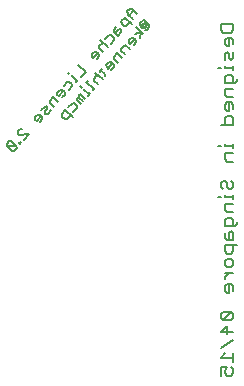
<source format=gbo>
G75*
G70*
%OFA0B0*%
%FSLAX24Y24*%
%IPPOS*%
%LPD*%
%AMOC8*
5,1,8,0,0,1.08239X$1,22.5*
%
%ADD10C,0.0080*%
%ADD11C,0.0060*%
D10*
X012750Y001007D02*
X012750Y001287D01*
X012960Y001287D01*
X012890Y001147D01*
X012890Y001077D01*
X012960Y001007D01*
X013100Y001007D01*
X013170Y001077D01*
X013170Y001217D01*
X013100Y001287D01*
X013170Y001467D02*
X013170Y001747D01*
X013170Y001607D02*
X012750Y001607D01*
X012890Y001747D01*
X012750Y001927D02*
X013170Y002208D01*
X013170Y002458D02*
X012750Y002458D01*
X012960Y002668D01*
X012960Y002388D01*
X013100Y002848D02*
X013170Y002918D01*
X013170Y003058D01*
X013100Y003128D01*
X012820Y002848D01*
X013100Y002848D01*
X012820Y002848D02*
X012750Y002918D01*
X012750Y003058D01*
X012820Y003128D01*
X013100Y003128D01*
X013030Y003769D02*
X013030Y004049D01*
X013100Y004049D02*
X012960Y004049D01*
X012890Y003979D01*
X012890Y003839D01*
X012960Y003769D01*
X013030Y003769D01*
X013170Y003839D02*
X013170Y003979D01*
X013100Y004049D01*
X012890Y004223D02*
X012890Y004293D01*
X013030Y004433D01*
X013170Y004433D02*
X012890Y004433D01*
X012960Y004613D02*
X012890Y004683D01*
X012890Y004823D01*
X012960Y004893D01*
X013100Y004893D01*
X013170Y004823D01*
X013170Y004683D01*
X013100Y004613D01*
X012960Y004613D01*
X012960Y005073D02*
X013100Y005073D01*
X013170Y005144D01*
X013170Y005354D01*
X013310Y005354D02*
X012890Y005354D01*
X012890Y005144D01*
X012960Y005073D01*
X012960Y005534D02*
X013170Y005534D01*
X013170Y005744D01*
X013100Y005814D01*
X013030Y005744D01*
X013030Y005534D01*
X012960Y005534D02*
X012890Y005604D01*
X012890Y005744D01*
X012890Y005994D02*
X012890Y006204D01*
X012960Y006275D01*
X013100Y006275D01*
X013170Y006204D01*
X013170Y005994D01*
X013240Y005994D02*
X012890Y005994D01*
X013240Y005994D02*
X013310Y006064D01*
X013310Y006134D01*
X013170Y006455D02*
X012960Y006455D01*
X012890Y006525D01*
X012890Y006735D01*
X013170Y006735D01*
X013170Y006902D02*
X013170Y007042D01*
X013170Y006972D02*
X012890Y006972D01*
X012890Y007042D01*
X012750Y006972D02*
X012680Y006972D01*
X012820Y007222D02*
X012750Y007292D01*
X012750Y007432D01*
X012820Y007502D01*
X012890Y007502D01*
X012960Y007432D01*
X012960Y007292D01*
X013030Y007222D01*
X013100Y007222D01*
X013170Y007292D01*
X013170Y007432D01*
X013100Y007502D01*
X013170Y008143D02*
X012960Y008143D01*
X012890Y008213D01*
X012890Y008423D01*
X013170Y008423D01*
X013170Y008590D02*
X013170Y008730D01*
X013170Y008660D02*
X012890Y008660D01*
X012890Y008730D01*
X012750Y008660D02*
X012680Y008660D01*
X012750Y009370D02*
X013170Y009370D01*
X013170Y009581D01*
X013100Y009651D01*
X012960Y009651D01*
X012890Y009581D01*
X012890Y009370D01*
X012960Y009831D02*
X013030Y009831D01*
X013030Y010111D01*
X013100Y010111D02*
X012960Y010111D01*
X012890Y010041D01*
X012890Y009901D01*
X012960Y009831D01*
X013170Y009901D02*
X013170Y010041D01*
X013100Y010111D01*
X013170Y010291D02*
X012960Y010291D01*
X012890Y010361D01*
X012890Y010572D01*
X013170Y010572D01*
X013170Y010752D02*
X013170Y010962D01*
X013100Y011032D01*
X012960Y011032D01*
X012890Y010962D01*
X012890Y010752D01*
X013240Y010752D01*
X013310Y010822D01*
X013310Y010892D01*
X013170Y011199D02*
X013170Y011339D01*
X013170Y011269D02*
X012890Y011269D01*
X012890Y011339D01*
X012750Y011269D02*
X012680Y011269D01*
X012890Y011519D02*
X012890Y011729D01*
X012960Y011799D01*
X013030Y011729D01*
X013030Y011589D01*
X013100Y011519D01*
X013170Y011589D01*
X013170Y011799D01*
X013030Y011979D02*
X013030Y012260D01*
X013100Y012260D02*
X012960Y012260D01*
X012890Y012190D01*
X012890Y012049D01*
X012960Y011979D01*
X013030Y011979D01*
X013170Y012049D02*
X013170Y012190D01*
X013100Y012260D01*
X013100Y012440D02*
X012820Y012440D01*
X012750Y012510D01*
X012750Y012720D01*
X013170Y012720D01*
X013170Y012510D01*
X013100Y012440D01*
D11*
X010380Y012616D02*
X010304Y012531D01*
X010224Y012527D01*
X010219Y012607D02*
X010135Y012683D01*
X010211Y012767D01*
X010295Y012692D01*
X010219Y012607D01*
X010139Y012603D01*
X010055Y012679D01*
X010051Y012759D01*
X010127Y012843D01*
X010207Y012848D01*
X010375Y012696D01*
X010380Y012616D01*
X010171Y012384D02*
X009918Y012612D01*
X009810Y012710D02*
X009557Y012937D01*
X009443Y012811D01*
X009447Y012731D01*
X009531Y012655D01*
X009611Y012659D01*
X009725Y012786D01*
X009820Y012891D02*
X009651Y013042D01*
X009643Y013203D01*
X009803Y013211D01*
X009972Y013059D01*
X009845Y013173D02*
X009694Y013005D01*
X009272Y012621D02*
X009196Y012537D01*
X009201Y012457D01*
X009327Y012343D01*
X009441Y012470D01*
X009437Y012550D01*
X009357Y012546D01*
X009243Y012419D01*
X009190Y012276D02*
X009194Y012196D01*
X009081Y012070D01*
X008986Y011964D02*
X008733Y012192D01*
X008779Y012074D02*
X008704Y011990D01*
X008708Y011910D01*
X008834Y011796D01*
X008697Y011729D02*
X008613Y011805D01*
X008533Y011800D01*
X008457Y011716D01*
X008461Y011636D01*
X008503Y011598D01*
X008655Y011767D01*
X008697Y011729D02*
X008702Y011649D01*
X008626Y011564D01*
X008944Y011360D02*
X008948Y011280D01*
X008990Y011242D01*
X009142Y011411D01*
X009184Y011373D02*
X009100Y011449D01*
X009020Y011444D01*
X008944Y011360D01*
X008811Y011213D02*
X008736Y011129D01*
X008731Y011209D02*
X008900Y011057D01*
X008904Y010977D01*
X008816Y010879D02*
X008563Y011106D01*
X008609Y010988D02*
X008533Y010904D01*
X008537Y010824D01*
X008664Y010710D01*
X008569Y010605D02*
X008493Y010521D01*
X008531Y010563D02*
X008278Y010790D01*
X008316Y010833D01*
X008095Y010975D02*
X008247Y011143D01*
X007994Y011371D01*
X007709Y011055D02*
X007667Y011093D01*
X007794Y010979D02*
X007962Y010827D01*
X007924Y010785D02*
X008000Y010870D01*
X007832Y011021D02*
X007794Y010979D01*
X007709Y010801D02*
X007629Y010797D01*
X007515Y010670D01*
X007463Y010527D02*
X007383Y010523D01*
X007307Y010439D01*
X007311Y010359D01*
X007353Y010321D01*
X007505Y010489D01*
X007547Y010451D02*
X007463Y010527D01*
X007547Y010451D02*
X007551Y010371D01*
X007476Y010287D01*
X007343Y010140D02*
X007174Y010291D01*
X007061Y010165D01*
X007065Y010085D01*
X007191Y009971D01*
X007097Y009866D02*
X006983Y009740D01*
X006903Y009735D01*
X006898Y009815D01*
X006974Y009900D01*
X006970Y009980D01*
X006890Y009976D01*
X006776Y009849D01*
X006724Y009706D02*
X006644Y009702D01*
X006568Y009618D01*
X006572Y009537D01*
X006614Y009500D01*
X006766Y009668D01*
X006808Y009630D02*
X006724Y009706D01*
X006808Y009630D02*
X006812Y009550D01*
X006736Y009466D01*
X006146Y009235D02*
X006066Y009230D01*
X005990Y009146D01*
X005995Y009066D01*
X006037Y009028D01*
X006357Y009045D01*
X006205Y008876D01*
X006111Y008771D02*
X006073Y008729D01*
X006031Y008767D01*
X006069Y008809D01*
X006111Y008771D01*
X005945Y008672D02*
X005625Y008655D01*
X005794Y008504D01*
X005874Y008508D01*
X005950Y008592D01*
X005945Y008672D01*
X005777Y008824D01*
X005697Y008820D01*
X005621Y008736D01*
X005625Y008655D01*
X007470Y009638D02*
X007554Y009562D01*
X007634Y009566D01*
X007748Y009693D01*
X007832Y009617D02*
X007579Y009844D01*
X007465Y009718D01*
X007470Y009638D01*
X007842Y009798D02*
X007956Y009924D01*
X007952Y010004D01*
X007868Y010080D01*
X007788Y010076D01*
X007674Y009949D01*
X007962Y010185D02*
X008089Y010071D01*
X008165Y010156D02*
X008038Y010270D01*
X007958Y010265D01*
X007962Y010185D01*
X008038Y010270D02*
X008034Y010350D01*
X008072Y010392D01*
X008241Y010240D01*
X008329Y010338D02*
X008405Y010422D01*
X008367Y010380D02*
X008198Y010532D01*
X008236Y010574D01*
X008114Y010608D02*
X008072Y010646D01*
X007798Y010645D02*
X007684Y010518D01*
X007798Y010645D02*
X007794Y010725D01*
X007709Y010801D01*
X008609Y010988D02*
X008689Y010993D01*
X009113Y011208D02*
X009189Y011293D01*
X009184Y011373D01*
X009321Y011440D02*
X009195Y011554D01*
X009190Y011634D01*
X009304Y011760D01*
X009473Y011609D01*
X009568Y011714D02*
X009441Y011828D01*
X009437Y011908D01*
X009551Y012034D01*
X009719Y011882D01*
X009730Y012063D02*
X009882Y012232D01*
X009924Y012194D02*
X009839Y012270D01*
X009759Y012266D01*
X009683Y012181D01*
X009688Y012101D01*
X009730Y012063D01*
X009852Y012030D02*
X009928Y012114D01*
X009924Y012194D01*
X010057Y012258D02*
X010087Y012460D01*
X009889Y012409D01*
X009190Y012276D02*
X009106Y012352D01*
X009026Y012348D01*
X008912Y012221D01*
X008860Y012078D02*
X008779Y012074D01*
M02*

</source>
